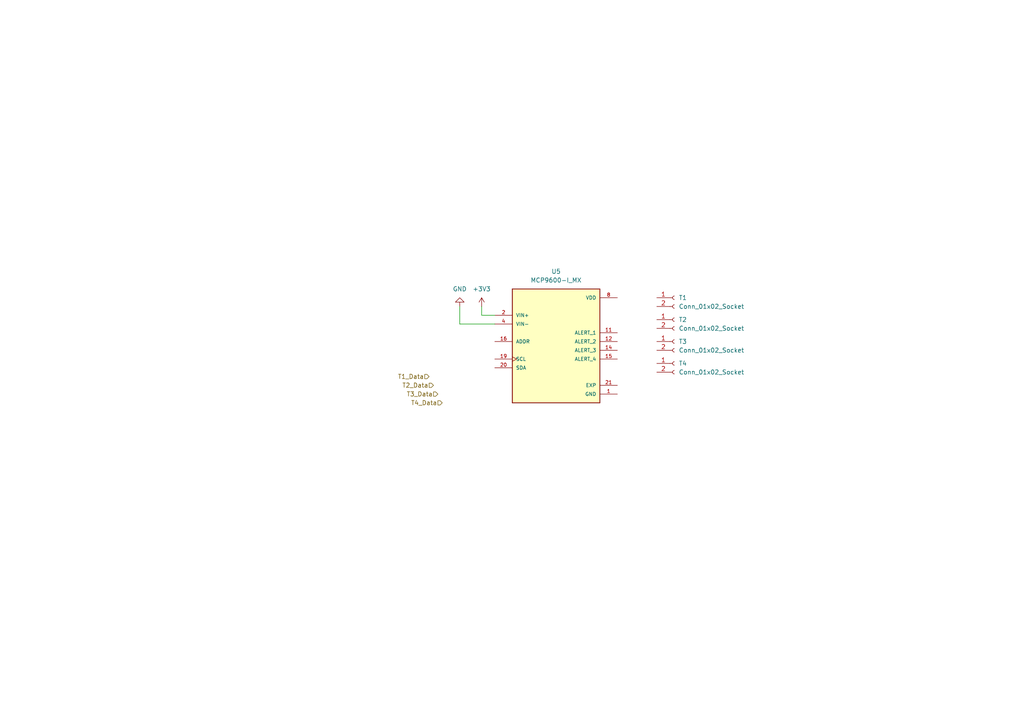
<source format=kicad_sch>
(kicad_sch (version 20250114) (generator "eeschema") (generator_version "9.0")
  (paper "A4")
  (lib_symbols
    (symbol "Connector:Conn_01x02_Socket" (pin_names (offset 1.016) (hide yes))
      (property "Reference" "J" (at 0 2.54 0))
      (property "Value" "Conn_01x02_Socket" (at 0 -5.08 0))
      (symbol "Conn_01x02_Socket_1_1"
        (polyline (pts (xy -1.27 0) (xy -0.508 0)) (stroke (width 0.1524)))
        (polyline (pts (xy -1.27 -2.54) (xy -0.508 -2.54)) (stroke (width 0.1524)))
        (arc (start 0 -0.508) (mid -0.5058 0) (end 0 0.508) (stroke (width 0.1524)))
        (arc (start 0 -3.048) (mid -0.5058 -2.54) (end 0 -2.032) (stroke (width 0.1524)))
        (pin passive line (at -5.08 0 0) (length 3.81) (name "Pin_1") (number "1"))
        (pin passive line (at -5.08 -2.54 0) (length 3.81) (name "Pin_2") (number "2"))
      )
    )
    (symbol "MCP9600-I_MX:MCP9600-I_MX" (pin_names (offset 1.016))
      (property "Reference" "U" (at -12.7 19.05 0))
      (property "Value" "MCP9600-I_MX" (at -12.7 -16.51 0))
      (symbol "MCP9600-I_MX_0_0"
        (rectangle (start -12.7 -15.24) (end 12.7 17.78) (stroke (width 0.254)) (fill (type background)))
        (pin input line (at -17.78 10.16 0) (length 5.08) (name "VIN+") (number "2"))
        (pin input line (at -17.78 7.62 0) (length 5.08) (name "VIN-") (number "4"))
        (pin input line (at -17.78 2.54 0) (length 5.08) (name "ADDR") (number "16"))
        (pin input clock (at -17.78 -2.54 0) (length 5.08) (name "SCL") (number "19"))
        (pin bidirectional line (at -17.78 -5.08 0) (length 5.08) (name "SDA") (number "20"))
        (pin power_in line (at 17.78 15.24 180) (length 5.08) (name "VDD") (number "8"))
        (pin output line (at 17.78 5.08 180) (length 5.08) (name "ALERT_1") (number "11"))
        (pin output line (at 17.78 2.54 180) (length 5.08) (name "ALERT_2") (number "12"))
        (pin output line (at 17.78 0 180) (length 5.08) (name "ALERT_3") (number "14"))
        (pin output line (at 17.78 -2.54 180) (length 5.08) (name "ALERT_4") (number "15"))
        (pin power_in line (at 17.78 -10.16 180) (length 5.08) (name "EXP") (number "21"))
        (pin power_in line (at 17.78 -10.16 180) (length 5.08) (hide yes) (name "EXP") (number "22"))
        (pin power_in line (at 17.78 -10.16 180) (length 5.08) (hide yes) (name "EXP") (number "23"))
        (pin power_in line (at 17.78 -10.16 180) (length 5.08) (hide yes) (name "EXP") (number "24"))
        (pin power_in line (at 17.78 -10.16 180) (length 5.08) (hide yes) (name "EXP") (number "25"))
        (pin power_in line (at 17.78 -10.16 180) (length 5.08) (hide yes) (name "EXP") (number "26"))
        (pin power_in line (at 17.78 -10.16 180) (length 5.08) (hide yes) (name "EXP") (number "27"))
        (pin power_in line (at 17.78 -10.16 180) (length 5.08) (hide yes) (name "EXP") (number "28"))
        (pin power_in line (at 17.78 -10.16 180) (length 5.08) (hide yes) (name "EXP") (number "29"))
        (pin power_in line (at 17.78 -10.16 180) (length 5.08) (hide yes) (name "EXP") (number "30"))
        (pin power_in line (at 17.78 -12.7 180) (length 5.08) (name "GND") (number "1"))
        (pin power_in line (at 17.78 -12.7 180) (length 5.08) (hide yes) (name "GND") (number "10"))
        (pin power_in line (at 17.78 -12.7 180) (length 5.08) (hide yes) (name "GND") (number "13"))
        (pin power_in line (at 17.78 -12.7 180) (length 5.08) (hide yes) (name "GND") (number "17"))
        (pin power_in line (at 17.78 -12.7 180) (length 5.08) (hide yes) (name "GND") (number "18"))
        (pin power_in line (at 17.78 -12.7 180) (length 5.08) (hide yes) (name "GND") (number "3"))
        (pin power_in line (at 17.78 -12.7 180) (length 5.08) (hide yes) (name "GND") (number "5"))
        (pin power_in line (at 17.78 -12.7 180) (length 5.08) (hide yes) (name "GND") (number "6"))
        (pin power_in line (at 17.78 -12.7 180) (length 5.08) (hide yes) (name "GND") (number "7"))
        (pin power_in line (at 17.78 -12.7 180) (length 5.08) (hide yes) (name "GND") (number "9"))
      )
    )
    (symbol "power:+3V3" (power) (pin_numbers (hide yes)) (pin_names (offset 0) (hide yes))
      (property "Value" "+3V3" (at 0 3.556 0))
      (symbol "+3V3_0_1"
        (polyline (pts (xy -0.762 1.27) (xy 0 2.54)))
        (polyline (pts (xy 0 2.54) (xy 0.762 1.27)))
        (polyline (pts (xy 0 0) (xy 0 2.54)))
      )
      (symbol "+3V3_1_1"
        (pin power_in line (at 0 0 90) (length 0) (name "~") (number "1"))
      )
    )
    (symbol "power:GND" (power) (pin_numbers (hide yes)) (pin_names (offset 0) (hide yes))
      (property "Value" "GND" (at 0 -3.81 0))
      (symbol "GND_0_1"
        (polyline (pts (xy 0 0) (xy 0 -1.27) (xy 1.27 -1.27) (xy 0 -2.54) (xy -1.27 -1.27) (xy 0 -1.27)))
      )
      (symbol "GND_1_1"
        (pin power_in line (at 0 0 270) (length 0) (name "~") (number "1"))
      )
    )
  )
  (wire (pts (xy 139.7 91.44) (xy 143.51 91.44)))
  (wire (pts (xy 133.35 93.98) (xy 143.51 93.98)))
  (wire (pts (xy 139.7 88.9) (xy 139.7 91.44)))
  (wire (pts (xy 133.35 88.9) (xy 133.35 93.98)))
  (hierarchical_label "T4_Data" (shape input) (at 128.27 116.84 180))
  (hierarchical_label "T2_Data" (shape input) (at 125.73 111.76 180))
  (hierarchical_label "T3_Data" (shape input) (at 127 114.3 180))
  (hierarchical_label "T1_Data" (shape input) (at 124.46 109.22 180))
  (symbol (lib_id "MCP9600-I_MX:MCP9600-I_MX") (at 161.29 101.6 0) (unit 1)
    (property "Reference" "U5" (at 161.29 78.74 0))
    (property "Value" "MCP9600-I_MX" (at 161.29 81.28 0))
    (property "Footprint" "MCP9600-I_MX:QFN65P500X500X100-21N" (effects (hide yes)))
    (property "MF" "Microchip" (effects (hide yes)))
    (property "MAXIMUM_PACKAGE_HEIGHT" "1.00mm" (effects (hide yes)))
    (property "Package" "VQFN-20 Microchip" (effects (hide yes)))
    (property "Price" "None" (effects (hide yes)))
    (property "Check_prices" "https://www.snapeda.com/parts/MCP9600-I/MX/Microchip+Technology/view-part/?ref=eda" (effects (hide yes)))
    (property "STANDARD" "IPC-7351B" (effects (hide yes)))
    (property "PARTREV" "F" (effects (hide yes)))
    (property "SnapEDA_Link" "https://www.snapeda.com/parts/MCP9600-I/MX/Microchip+Technology/view-part/?ref=snap" (effects (hide yes)))
    (property "MP" "MCP9600-I/MX" (effects (hide yes)))
    (property "Description_1" "Thermocouple to Digital Converter IC Thermocouple Input I2C Output 20-MQFN (5x5)" (effects (hide yes)))
    (property "Availability" "In Stock" (effects (hide yes)))
    (property "MANUFACTURER" "Microchip" (effects (hide yes)))
  )
  (symbol (lib_id "power:GND") (at 133.35 88.9 0) (mirror x) (unit 1)
    (property "Reference" "#PWR020" (effects (hide yes)))
    (property "Value" "GND" (at 133.35 83.82 0))
    (property "Description" "Power symbol creates a global label with name \"GND\" , ground" (effects (hide yes)))
  )
  (symbol (lib_id "Connector:Conn_01x02_Socket") (at 195.58 105.41 0) (unit 1)
    (property "Reference" "T4" (at 196.85 105.41 0) (effects (justify left)))
    (property "Value" "Conn_01x02_Socket" (at 196.85 107.95 0) (effects (justify left)))
    (property "Description" "Generic connector, single row, 01x02, script generated" (effects (hide yes)))
  )
  (symbol (lib_id "Connector:Conn_01x02_Socket") (at 195.58 92.71 0) (unit 1)
    (property "Reference" "T2" (at 196.85 92.71 0) (effects (justify left)))
    (property "Value" "Conn_01x02_Socket" (at 196.85 95.25 0) (effects (justify left)))
    (property "Description" "Generic connector, single row, 01x02, script generated" (effects (hide yes)))
  )
  (symbol (lib_id "Connector:Conn_01x02_Socket") (at 195.58 99.06 0) (unit 1)
    (property "Reference" "T3" (at 196.85 99.06 0) (effects (justify left)))
    (property "Value" "Conn_01x02_Socket" (at 196.85 101.6 0) (effects (justify left)))
    (property "Description" "Generic connector, single row, 01x02, script generated" (effects (hide yes)))
  )
  (symbol (lib_id "power:+3V3") (at 139.7 88.9 0) (unit 1)
    (property "Reference" "#PWR017" (effects (hide yes)))
    (property "Value" "+3V3" (at 139.7 83.82 0))
    (property "Description" "Power symbol creates a global label with name \"+3V3\"" (effects (hide yes)))
  )
  (symbol (lib_id "Connector:Conn_01x02_Socket") (at 195.58 86.36 0) (unit 1)
    (property "Reference" "T1" (at 196.85 86.36 0) (effects (justify left)))
    (property "Value" "Conn_01x02_Socket" (at 196.85 88.9 0) (effects (justify left)))
    (property "Description" "Generic connector, single row, 01x02, script generated" (effects (hide yes)))
  )
)
</source>
